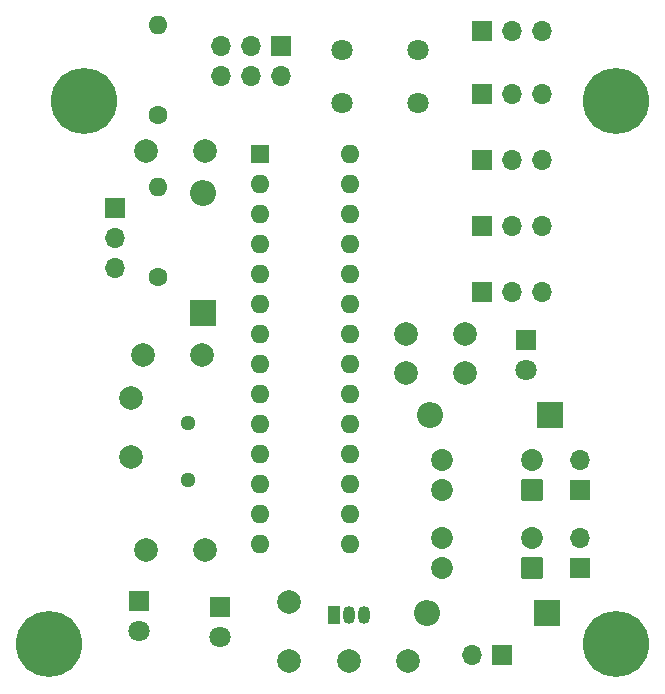
<source format=gbr>
%TF.GenerationSoftware,KiCad,Pcbnew,7.0.7*%
%TF.CreationDate,2023-09-24T14:06:49+13:00*%
%TF.ProjectId,MAIN BOARD,4d41494e-2042-44f4-9152-442e6b696361,rev?*%
%TF.SameCoordinates,Original*%
%TF.FileFunction,Soldermask,Bot*%
%TF.FilePolarity,Negative*%
%FSLAX46Y46*%
G04 Gerber Fmt 4.6, Leading zero omitted, Abs format (unit mm)*
G04 Created by KiCad (PCBNEW 7.0.7) date 2023-09-24 14:06:49*
%MOMM*%
%LPD*%
G01*
G04 APERTURE LIST*
G04 Aperture macros list*
%AMRoundRect*
0 Rectangle with rounded corners*
0 $1 Rounding radius*
0 $2 $3 $4 $5 $6 $7 $8 $9 X,Y pos of 4 corners*
0 Add a 4 corners polygon primitive as box body*
4,1,4,$2,$3,$4,$5,$6,$7,$8,$9,$2,$3,0*
0 Add four circle primitives for the rounded corners*
1,1,$1+$1,$2,$3*
1,1,$1+$1,$4,$5*
1,1,$1+$1,$6,$7*
1,1,$1+$1,$8,$9*
0 Add four rect primitives between the rounded corners*
20,1,$1+$1,$2,$3,$4,$5,0*
20,1,$1+$1,$4,$5,$6,$7,0*
20,1,$1+$1,$6,$7,$8,$9,0*
20,1,$1+$1,$8,$9,$2,$3,0*%
G04 Aperture macros list end*
%ADD10C,2.000000*%
%ADD11R,1.700000X1.700000*%
%ADD12O,1.700000X1.700000*%
%ADD13R,1.800000X1.800000*%
%ADD14C,1.800000*%
%ADD15R,2.200000X2.200000*%
%ADD16O,2.200000X2.200000*%
%ADD17C,5.600000*%
%ADD18R,1.600000X1.600000*%
%ADD19O,1.600000X1.600000*%
%ADD20RoundRect,0.102000X0.825000X0.825000X-0.825000X0.825000X-0.825000X-0.825000X0.825000X-0.825000X0*%
%ADD21C,1.854000*%
%ADD22C,1.600000*%
%ADD23C,1.284000*%
%ADD24R,1.050000X1.500000*%
%ADD25O,1.050000X1.500000*%
G04 APERTURE END LIST*
D10*
%TO.C,C7*%
X157440000Y-122428000D03*
X152440000Y-122428000D03*
%TD*%
D11*
%TO.C,J6*%
X165359000Y-121920000D03*
D12*
X162819000Y-121920000D03*
%TD*%
D10*
%TO.C,C6*%
X162266000Y-94742000D03*
X157266000Y-94742000D03*
%TD*%
D13*
%TO.C,D3*%
X134620000Y-117343000D03*
D14*
X134620000Y-119883000D03*
%TD*%
D11*
%TO.C,J9*%
X132588000Y-84089000D03*
D12*
X132588000Y-86629000D03*
X132588000Y-89169000D03*
%TD*%
D10*
%TO.C,C2*%
X133948000Y-105124000D03*
X133948000Y-100124000D03*
%TD*%
D11*
%TO.C,J8*%
X171958000Y-114559000D03*
D12*
X171958000Y-112019000D03*
%TD*%
D15*
%TO.C,D1*%
X169164000Y-118364000D03*
D16*
X159004000Y-118364000D03*
%TD*%
D17*
%TO.C,REF\u002A\u002A*%
X130000000Y-75000000D03*
%TD*%
%TO.C,REF\u002A\u002A*%
X127000000Y-121000000D03*
%TD*%
D11*
%TO.C,J1*%
X163666000Y-91194000D03*
D12*
X166206000Y-91194000D03*
X168746000Y-91194000D03*
%TD*%
D15*
%TO.C,D5*%
X169418000Y-101600000D03*
D16*
X159258000Y-101600000D03*
%TD*%
D13*
%TO.C,D6*%
X167386000Y-95250000D03*
D14*
X167386000Y-97790000D03*
%TD*%
D10*
%TO.C,C1*%
X157266000Y-98044000D03*
X162266000Y-98044000D03*
%TD*%
D17*
%TO.C,REF\u002A\u002A*%
X175000000Y-121000000D03*
%TD*%
D18*
%TO.C,U1*%
X144880000Y-79520000D03*
D19*
X144880000Y-82060000D03*
X144880000Y-84600000D03*
X144880000Y-87140000D03*
X144880000Y-89680000D03*
X144880000Y-92220000D03*
X144880000Y-94760000D03*
X144880000Y-97300000D03*
X144880000Y-99840000D03*
X144880000Y-102380000D03*
X144880000Y-104920000D03*
X144880000Y-107460000D03*
X144880000Y-110000000D03*
X144880000Y-112540000D03*
X152500000Y-112540000D03*
X152500000Y-110000000D03*
X152500000Y-107460000D03*
X152500000Y-104920000D03*
X152500000Y-102380000D03*
X152500000Y-99840000D03*
X152500000Y-97300000D03*
X152500000Y-94760000D03*
X152500000Y-92220000D03*
X152500000Y-89680000D03*
X152500000Y-87140000D03*
X152500000Y-84600000D03*
X152500000Y-82060000D03*
X152500000Y-79520000D03*
%TD*%
D10*
%TO.C,C3*%
X140258000Y-113038000D03*
X135258000Y-113038000D03*
%TD*%
D20*
%TO.C,Q3*%
X167894000Y-107950000D03*
D21*
X167894000Y-105410000D03*
X160274000Y-105410000D03*
X160274000Y-107950000D03*
%TD*%
D11*
%TO.C,J5*%
X163666000Y-69096000D03*
D12*
X166206000Y-69096000D03*
X168746000Y-69096000D03*
%TD*%
D22*
%TO.C,R2*%
X136234000Y-76208000D03*
D19*
X136234000Y-68588000D03*
%TD*%
D10*
%TO.C,C5*%
X140258000Y-79256000D03*
X135258000Y-79256000D03*
%TD*%
%TO.C,C4*%
X135004000Y-96528000D03*
X140004000Y-96528000D03*
%TD*%
D13*
%TO.C,D2*%
X141478000Y-117851000D03*
D14*
X141478000Y-120391000D03*
%TD*%
D22*
%TO.C,R1*%
X136234000Y-89924000D03*
D19*
X136234000Y-82304000D03*
%TD*%
D23*
%TO.C,Y1*%
X138774000Y-102216000D03*
X138774000Y-107096000D03*
%TD*%
D11*
%TO.C,J3*%
X163666000Y-80018000D03*
D12*
X166206000Y-80018000D03*
X168746000Y-80018000D03*
%TD*%
D15*
%TO.C,D4*%
X140044000Y-92972000D03*
D16*
X140044000Y-82812000D03*
%TD*%
D11*
%TO.C,J7*%
X171958000Y-107955000D03*
D12*
X171958000Y-105415000D03*
%TD*%
D24*
%TO.C,U2*%
X151130000Y-118470000D03*
D25*
X152400000Y-118470000D03*
X153670000Y-118470000D03*
%TD*%
D11*
%TO.C,J0*%
X146648000Y-70366000D03*
D12*
X146648000Y-72906000D03*
X144108000Y-70366000D03*
X144108000Y-72906000D03*
X141568000Y-70366000D03*
X141568000Y-72906000D03*
%TD*%
D10*
%TO.C,C8*%
X147320000Y-117388000D03*
X147320000Y-122388000D03*
%TD*%
D17*
%TO.C,REF\u002A\u002A*%
X175000000Y-75000000D03*
%TD*%
D11*
%TO.C,J2*%
X163666000Y-85606000D03*
D12*
X166206000Y-85606000D03*
X168746000Y-85606000D03*
%TD*%
D14*
%TO.C,S2*%
X151780000Y-70656000D03*
X151780000Y-75156000D03*
X158280000Y-70656000D03*
X158280000Y-75156000D03*
%TD*%
D20*
%TO.C,Q4*%
X167894000Y-114554000D03*
D21*
X167894000Y-112014000D03*
X160274000Y-112014000D03*
X160274000Y-114554000D03*
%TD*%
D11*
%TO.C,J4*%
X163666000Y-74430000D03*
D12*
X166206000Y-74430000D03*
X168746000Y-74430000D03*
%TD*%
M02*

</source>
